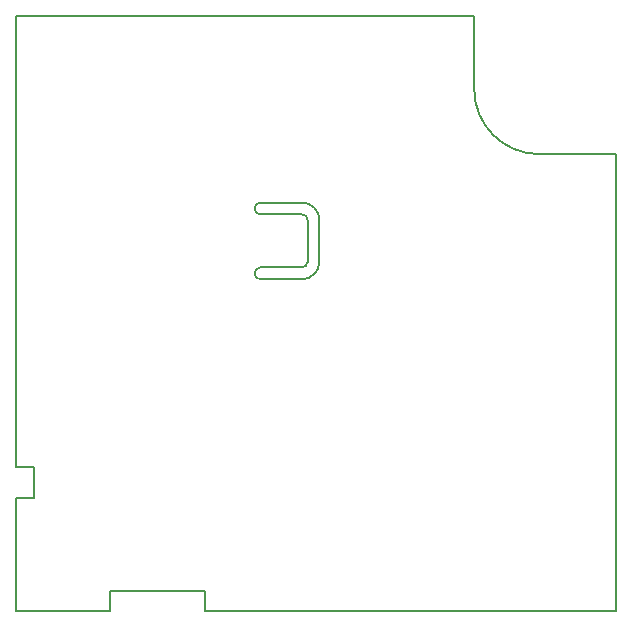
<source format=gm1>
G04*
G04 #@! TF.GenerationSoftware,Altium Limited,Altium Designer,23.1.1 (15)*
G04*
G04 Layer_Color=16711935*
%FSLAX25Y25*%
%MOIN*%
G70*
G04*
G04 #@! TF.SameCoordinates,57D325FE-50AA-4423-B3C5-F19BAF70027F*
G04*
G04*
G04 #@! TF.FilePolarity,Positive*
G04*
G01*
G75*
%ADD10C,0.00591*%
%ADD12C,0.00600*%
D10*
X152756Y174409D02*
G03*
X174409Y152756I21654J0D01*
G01*
X200000Y394D02*
Y152756D01*
X0Y198819D02*
X152756D01*
X174409Y152756D02*
X200000D01*
X152756Y174409D02*
Y198819D01*
X0Y394D02*
Y38110D01*
Y48346D02*
Y198819D01*
X6142Y38110D02*
Y48346D01*
X0Y38110D02*
X6142D01*
X0Y48346D02*
X6142D01*
X62992Y394D02*
X200000D01*
X0D02*
X31496D01*
X62992D02*
Y7087D01*
X31496Y394D02*
Y7087D01*
X62992D01*
D12*
X101181Y130709D02*
G03*
X95276Y136614I-5906J0D01*
G01*
Y111024D02*
G03*
X101181Y116929I0J5906D01*
G01*
X95276Y114961D02*
G03*
X97244Y116929I0J1969D01*
G01*
Y130709D02*
G03*
X95276Y132677I-1969J0D01*
G01*
X81496Y114961D02*
G03*
X81496Y111024I0J-1969D01*
G01*
Y136614D02*
G03*
X81496Y132677I0J-1969D01*
G01*
X97244Y116929D02*
Y130709D01*
X81496Y132677D02*
X95276D01*
X81496Y114961D02*
X95276D01*
X81496Y111024D02*
X95276D01*
X101181Y116929D02*
Y130709D01*
X81496Y136614D02*
X95276D01*
M02*

</source>
